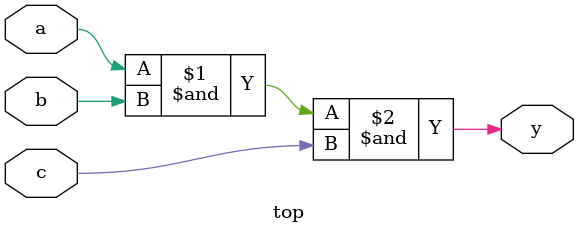
<source format=v>
module top (a, b, c, y);
input a, b, c;
output y;


and (y, a, b, c);

endmodule

</source>
